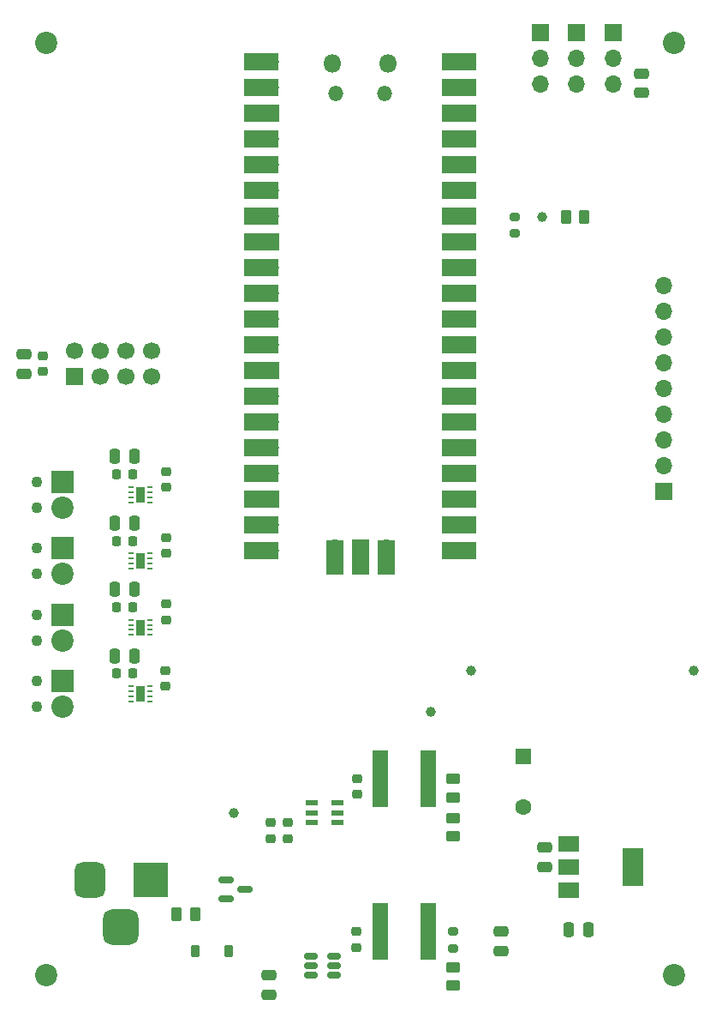
<source format=gbr>
%TF.GenerationSoftware,KiCad,Pcbnew,7.0.8-7.0.8~ubuntu22.04.1*%
%TF.CreationDate,2023-12-15T13:59:40+01:00*%
%TF.ProjectId,MecanumDevBoard,4d656361-6e75-46d4-9465-76426f617264,1.0*%
%TF.SameCoordinates,Original*%
%TF.FileFunction,Soldermask,Top*%
%TF.FilePolarity,Negative*%
%FSLAX46Y46*%
G04 Gerber Fmt 4.6, Leading zero omitted, Abs format (unit mm)*
G04 Created by KiCad (PCBNEW 7.0.8-7.0.8~ubuntu22.04.1) date 2023-12-15 13:59:40*
%MOMM*%
%LPD*%
G01*
G04 APERTURE LIST*
G04 Aperture macros list*
%AMRoundRect*
0 Rectangle with rounded corners*
0 $1 Rounding radius*
0 $2 $3 $4 $5 $6 $7 $8 $9 X,Y pos of 4 corners*
0 Add a 4 corners polygon primitive as box body*
4,1,4,$2,$3,$4,$5,$6,$7,$8,$9,$2,$3,0*
0 Add four circle primitives for the rounded corners*
1,1,$1+$1,$2,$3*
1,1,$1+$1,$4,$5*
1,1,$1+$1,$6,$7*
1,1,$1+$1,$8,$9*
0 Add four rect primitives between the rounded corners*
20,1,$1+$1,$2,$3,$4,$5,0*
20,1,$1+$1,$4,$5,$6,$7,0*
20,1,$1+$1,$6,$7,$8,$9,0*
20,1,$1+$1,$8,$9,$2,$3,0*%
G04 Aperture macros list end*
%ADD10RoundRect,0.250000X-0.250000X-0.475000X0.250000X-0.475000X0.250000X0.475000X-0.250000X0.475000X0*%
%ADD11R,1.700000X1.700000*%
%ADD12O,1.700000X1.700000*%
%ADD13R,2.000000X1.500000*%
%ADD14R,2.000000X3.800000*%
%ADD15R,0.500000X0.250000*%
%ADD16R,0.900000X1.600000*%
%ADD17RoundRect,0.250000X-0.262500X-0.450000X0.262500X-0.450000X0.262500X0.450000X-0.262500X0.450000X0*%
%ADD18R,1.600000X5.700000*%
%ADD19C,2.200000*%
%ADD20C,1.100000*%
%ADD21R,2.200000X2.200000*%
%ADD22RoundRect,0.225000X0.250000X-0.225000X0.250000X0.225000X-0.250000X0.225000X-0.250000X-0.225000X0*%
%ADD23RoundRect,0.250000X-0.450000X0.262500X-0.450000X-0.262500X0.450000X-0.262500X0.450000X0.262500X0*%
%ADD24RoundRect,0.225000X0.225000X0.375000X-0.225000X0.375000X-0.225000X-0.375000X0.225000X-0.375000X0*%
%ADD25RoundRect,0.250000X-0.475000X0.250000X-0.475000X-0.250000X0.475000X-0.250000X0.475000X0.250000X0*%
%ADD26C,1.000000*%
%ADD27RoundRect,0.225000X-0.250000X0.225000X-0.250000X-0.225000X0.250000X-0.225000X0.250000X0.225000X0*%
%ADD28O,1.800000X1.800000*%
%ADD29O,1.500000X1.500000*%
%ADD30R,3.500000X1.700000*%
%ADD31R,1.700000X3.500000*%
%ADD32R,3.500000X3.500000*%
%ADD33RoundRect,0.750000X-0.750000X-1.000000X0.750000X-1.000000X0.750000X1.000000X-0.750000X1.000000X0*%
%ADD34RoundRect,0.875000X-0.875000X-0.875000X0.875000X-0.875000X0.875000X0.875000X-0.875000X0.875000X0*%
%ADD35RoundRect,0.150000X-0.512500X-0.150000X0.512500X-0.150000X0.512500X0.150000X-0.512500X0.150000X0*%
%ADD36RoundRect,0.200000X-0.275000X0.200000X-0.275000X-0.200000X0.275000X-0.200000X0.275000X0.200000X0*%
%ADD37RoundRect,0.250000X0.475000X-0.250000X0.475000X0.250000X-0.475000X0.250000X-0.475000X-0.250000X0*%
%ADD38R,1.600000X1.600000*%
%ADD39C,1.600000*%
%ADD40RoundRect,0.225000X-0.225000X-0.250000X0.225000X-0.250000X0.225000X0.250000X-0.225000X0.250000X0*%
%ADD41RoundRect,0.150000X-0.587500X-0.150000X0.587500X-0.150000X0.587500X0.150000X-0.587500X0.150000X0*%
%ADD42C,1.700000*%
%ADD43RoundRect,0.200000X0.275000X-0.200000X0.275000X0.200000X-0.275000X0.200000X-0.275000X-0.200000X0*%
%ADD44R,1.250000X0.600000*%
G04 APERTURE END LIST*
D10*
%TO.C,C3*%
X79190000Y-134930000D03*
X81090000Y-134930000D03*
%TD*%
D11*
%TO.C,J4*%
X124840000Y-93080000D03*
D12*
X124840000Y-95620000D03*
X124840000Y-98160000D03*
%TD*%
D13*
%TO.C,U8*%
X124090000Y-173130000D03*
X124090000Y-175430000D03*
D14*
X130390000Y-175430000D03*
D13*
X124090000Y-177730000D03*
%TD*%
D15*
%TO.C,U1*%
X80790000Y-137930000D03*
X80790000Y-138430000D03*
X80790000Y-138930000D03*
X80790000Y-139430000D03*
X82690000Y-139430000D03*
X82690000Y-138930000D03*
X82690000Y-138430000D03*
X82690000Y-137930000D03*
D16*
X81740000Y-138680000D03*
%TD*%
D10*
%TO.C,C9*%
X79190000Y-148010000D03*
X81090000Y-148010000D03*
%TD*%
D17*
%TO.C,R5*%
X123790000Y-111225000D03*
X125615000Y-111225000D03*
%TD*%
D18*
%TO.C,L2*%
X105440000Y-181830000D03*
X110140000Y-181830000D03*
%TD*%
D19*
%TO.C,H2*%
X72440000Y-94080000D03*
%TD*%
D20*
%TO.C,J6*%
X71450000Y-150510000D03*
X71450000Y-153050000D03*
D21*
X73990000Y-150510000D03*
D19*
X73990000Y-153050000D03*
%TD*%
D22*
%TO.C,C4*%
X84240000Y-144480000D03*
X84240000Y-142930000D03*
%TD*%
D15*
%TO.C,U4*%
X80790000Y-157580000D03*
X80790000Y-158080000D03*
X80790000Y-158580000D03*
X80790000Y-159080000D03*
X82690000Y-159080000D03*
X82690000Y-158580000D03*
X82690000Y-158080000D03*
X82690000Y-157580000D03*
D16*
X81740000Y-158330000D03*
%TD*%
D15*
%TO.C,U2*%
X80790000Y-144480000D03*
X80790000Y-144980000D03*
X80790000Y-145480000D03*
X80790000Y-145980000D03*
X82690000Y-145980000D03*
X82690000Y-145480000D03*
X82690000Y-144980000D03*
X82690000Y-144480000D03*
D16*
X81740000Y-145230000D03*
%TD*%
D18*
%TO.C,L1*%
X105440000Y-166730000D03*
X110140000Y-166730000D03*
%TD*%
D19*
%TO.C,H4*%
X72440000Y-186080000D03*
%TD*%
D23*
%TO.C,R8*%
X112640000Y-170605000D03*
X112640000Y-172430000D03*
%TD*%
D10*
%TO.C,C19*%
X124090000Y-181630000D03*
X125990000Y-181630000D03*
%TD*%
D24*
%TO.C,D1*%
X90440000Y-183780000D03*
X87140000Y-183780000D03*
%TD*%
D19*
%TO.C,H3*%
X134440000Y-186080000D03*
%TD*%
D25*
%TO.C,C13*%
X131240000Y-97130000D03*
X131240000Y-99030000D03*
%TD*%
D26*
%TO.C,TP5*%
X121390000Y-111225000D03*
%TD*%
D22*
%TO.C,C1*%
X84240000Y-137930000D03*
X84240000Y-136380000D03*
%TD*%
D23*
%TO.C,R10*%
X112590000Y-185330000D03*
X112590000Y-187155000D03*
%TD*%
D26*
%TO.C,TP1*%
X90940000Y-170080000D03*
%TD*%
D22*
%TO.C,C10*%
X84190000Y-157580000D03*
X84190000Y-156030000D03*
%TD*%
D20*
%TO.C,J2*%
X71450000Y-137410000D03*
X71450000Y-139950000D03*
D21*
X73990000Y-137410000D03*
D19*
X73990000Y-139950000D03*
%TD*%
D27*
%TO.C,C23*%
X94590000Y-171080000D03*
X94590000Y-172630000D03*
%TD*%
D28*
%TO.C,U6*%
X100715000Y-96080000D03*
D29*
X101015000Y-99110000D03*
X105865000Y-99110000D03*
D28*
X106165000Y-96080000D03*
D12*
X94550000Y-95950000D03*
D30*
X93650000Y-95950000D03*
D12*
X94550000Y-98490000D03*
D30*
X93650000Y-98490000D03*
D11*
X94550000Y-101030000D03*
D30*
X93650000Y-101030000D03*
D12*
X94550000Y-103570000D03*
D30*
X93650000Y-103570000D03*
D12*
X94550000Y-106110000D03*
D30*
X93650000Y-106110000D03*
D12*
X94550000Y-108650000D03*
D30*
X93650000Y-108650000D03*
D12*
X94550000Y-111190000D03*
D30*
X93650000Y-111190000D03*
D11*
X94550000Y-113730000D03*
D30*
X93650000Y-113730000D03*
D12*
X94550000Y-116270000D03*
D30*
X93650000Y-116270000D03*
D12*
X94550000Y-118810000D03*
D30*
X93650000Y-118810000D03*
D12*
X94550000Y-121350000D03*
D30*
X93650000Y-121350000D03*
D12*
X94550000Y-123890000D03*
D30*
X93650000Y-123890000D03*
D11*
X94550000Y-126430000D03*
D30*
X93650000Y-126430000D03*
D12*
X94550000Y-128970000D03*
D30*
X93650000Y-128970000D03*
D12*
X94550000Y-131510000D03*
D30*
X93650000Y-131510000D03*
D12*
X94550000Y-134050000D03*
D30*
X93650000Y-134050000D03*
D12*
X94550000Y-136590000D03*
D30*
X93650000Y-136590000D03*
D11*
X94550000Y-139130000D03*
D30*
X93650000Y-139130000D03*
D12*
X94550000Y-141670000D03*
D30*
X93650000Y-141670000D03*
D12*
X94550000Y-144210000D03*
D30*
X93650000Y-144210000D03*
D12*
X112330000Y-144210000D03*
D30*
X113230000Y-144210000D03*
D12*
X112330000Y-141670000D03*
D30*
X113230000Y-141670000D03*
D11*
X112330000Y-139130000D03*
D30*
X113230000Y-139130000D03*
D12*
X112330000Y-136590000D03*
D30*
X113230000Y-136590000D03*
D12*
X112330000Y-134050000D03*
D30*
X113230000Y-134050000D03*
D12*
X112330000Y-131510000D03*
D30*
X113230000Y-131510000D03*
D12*
X112330000Y-128970000D03*
D30*
X113230000Y-128970000D03*
D11*
X112330000Y-126430000D03*
D30*
X113230000Y-126430000D03*
D12*
X112330000Y-123890000D03*
D30*
X113230000Y-123890000D03*
D12*
X112330000Y-121350000D03*
D30*
X113230000Y-121350000D03*
D12*
X112330000Y-118810000D03*
D30*
X113230000Y-118810000D03*
D12*
X112330000Y-116270000D03*
D30*
X113230000Y-116270000D03*
D11*
X112330000Y-113730000D03*
D30*
X113230000Y-113730000D03*
D12*
X112330000Y-111190000D03*
D30*
X113230000Y-111190000D03*
D12*
X112330000Y-108650000D03*
D30*
X113230000Y-108650000D03*
D12*
X112330000Y-106110000D03*
D30*
X113230000Y-106110000D03*
D12*
X112330000Y-103570000D03*
D30*
X113230000Y-103570000D03*
D11*
X112330000Y-101030000D03*
D30*
X113230000Y-101030000D03*
D12*
X112330000Y-98490000D03*
D30*
X113230000Y-98490000D03*
D12*
X112330000Y-95950000D03*
D30*
X113230000Y-95950000D03*
D12*
X100900000Y-143980000D03*
D31*
X100900000Y-144880000D03*
D11*
X103440000Y-143980000D03*
D31*
X103440000Y-144880000D03*
D12*
X105980000Y-143980000D03*
D31*
X105980000Y-144880000D03*
%TD*%
D22*
%TO.C,C7*%
X84240000Y-151030000D03*
X84240000Y-149480000D03*
%TD*%
D15*
%TO.C,U3*%
X80790000Y-151030000D03*
X80790000Y-151530000D03*
X80790000Y-152030000D03*
X80790000Y-152530000D03*
X82690000Y-152530000D03*
X82690000Y-152030000D03*
X82690000Y-151530000D03*
X82690000Y-151030000D03*
D16*
X81740000Y-151780000D03*
%TD*%
D23*
%TO.C,R3*%
X112640000Y-166730000D03*
X112640000Y-168555000D03*
%TD*%
D11*
%TO.C,J1*%
X128440000Y-93080000D03*
D12*
X128440000Y-95620000D03*
X128440000Y-98160000D03*
%TD*%
D20*
%TO.C,J3*%
X71450000Y-143960000D03*
X71450000Y-146500000D03*
D21*
X73990000Y-143960000D03*
D19*
X73990000Y-146500000D03*
%TD*%
D27*
%TO.C,C15*%
X72095000Y-124995000D03*
X72095000Y-126545000D03*
%TD*%
D32*
%TO.C,J8*%
X82740000Y-176680000D03*
D33*
X76740000Y-176680000D03*
D34*
X79740000Y-181380000D03*
%TD*%
D25*
%TO.C,C17*%
X94440000Y-186130000D03*
X94440000Y-188030000D03*
%TD*%
D27*
%TO.C,C22*%
X96240000Y-171080000D03*
X96240000Y-172630000D03*
%TD*%
D35*
%TO.C,U7*%
X98602500Y-184230000D03*
X98602500Y-185180000D03*
X98602500Y-186130000D03*
X100877500Y-186130000D03*
X100877500Y-185180000D03*
X100877500Y-184230000D03*
%TD*%
D10*
%TO.C,C6*%
X79190000Y-141480000D03*
X81090000Y-141480000D03*
%TD*%
D25*
%TO.C,C24*%
X117390000Y-181830000D03*
X117390000Y-183730000D03*
%TD*%
D36*
%TO.C,R9*%
X112590000Y-181830000D03*
X112590000Y-183480000D03*
%TD*%
D37*
%TO.C,C20*%
X121690000Y-175430000D03*
X121690000Y-173530000D03*
%TD*%
D38*
%TO.C,C21*%
X119550000Y-164497349D03*
D39*
X119550000Y-169497349D03*
%TD*%
D40*
%TO.C,C2*%
X79365000Y-136680000D03*
X80915000Y-136680000D03*
%TD*%
%TO.C,C8*%
X79365000Y-149780000D03*
X80915000Y-149780000D03*
%TD*%
D26*
%TO.C,TP3*%
X136440000Y-156080000D03*
%TD*%
D40*
%TO.C,C5*%
X79365000Y-143230000D03*
X80915000Y-143230000D03*
%TD*%
D41*
%TO.C,Q4*%
X90190000Y-176680000D03*
X90190000Y-178580000D03*
X92065000Y-177630000D03*
%TD*%
D11*
%TO.C,U5*%
X75220000Y-127020000D03*
D42*
X75220000Y-124480000D03*
X77760000Y-127020000D03*
X77760000Y-124480000D03*
X80300000Y-127020000D03*
X80300000Y-124480000D03*
X82840000Y-127020000D03*
X82840000Y-124480000D03*
%TD*%
D26*
%TO.C,TP4*%
X114440000Y-156080000D03*
%TD*%
D27*
%TO.C,C18*%
X103090000Y-181830000D03*
X103090000Y-183380000D03*
%TD*%
D43*
%TO.C,R6*%
X118690000Y-112875000D03*
X118690000Y-111225000D03*
%TD*%
D10*
%TO.C,C12*%
X79190000Y-154580000D03*
X81090000Y-154580000D03*
%TD*%
D17*
%TO.C,R7*%
X85277500Y-180130000D03*
X87102500Y-180130000D03*
%TD*%
D27*
%TO.C,C16*%
X103140000Y-166730000D03*
X103140000Y-168280000D03*
%TD*%
D40*
%TO.C,C11*%
X79365000Y-156330000D03*
X80915000Y-156330000D03*
%TD*%
D26*
%TO.C,TP2*%
X110440000Y-160080000D03*
%TD*%
D44*
%TO.C,PS1*%
X98690000Y-169130000D03*
X98690000Y-170080000D03*
X98690000Y-171030000D03*
X101190000Y-171030000D03*
X101190000Y-170080000D03*
X101190000Y-169130000D03*
%TD*%
D11*
%TO.C,J5*%
X121240000Y-93080000D03*
D12*
X121240000Y-95620000D03*
X121240000Y-98160000D03*
%TD*%
D11*
%TO.C,J9*%
X133440000Y-138400000D03*
D12*
X133440000Y-135860000D03*
X133440000Y-133320000D03*
X133440000Y-130780000D03*
X133440000Y-128240000D03*
X133440000Y-125700000D03*
X133440000Y-123160000D03*
X133440000Y-120620000D03*
X133440000Y-118080000D03*
%TD*%
D25*
%TO.C,C14*%
X70245000Y-124820000D03*
X70245000Y-126720000D03*
%TD*%
D19*
%TO.C,H1*%
X134440000Y-94080000D03*
%TD*%
D20*
%TO.C,J7*%
X71450000Y-157060000D03*
X71450000Y-159600000D03*
D21*
X73990000Y-157060000D03*
D19*
X73990000Y-159600000D03*
%TD*%
M02*

</source>
